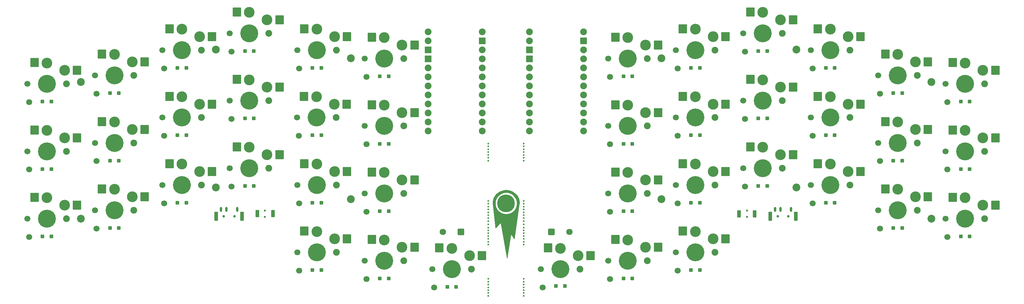
<source format=gbr>
%TF.GenerationSoftware,KiCad,Pcbnew,9.0.6*%
%TF.CreationDate,2025-12-03T13:22:54+03:00*%
%TF.ProjectId,KOMETA,4b4f4d45-5441-42e6-9b69-6361645f7063,rev?*%
%TF.SameCoordinates,Original*%
%TF.FileFunction,Soldermask,Bot*%
%TF.FilePolarity,Negative*%
%FSLAX46Y46*%
G04 Gerber Fmt 4.6, Leading zero omitted, Abs format (unit mm)*
G04 Created by KiCad (PCBNEW 9.0.6) date 2025-12-03 13:22:54*
%MOMM*%
%LPD*%
G01*
G04 APERTURE LIST*
G04 Aperture macros list*
%AMRoundRect*
0 Rectangle with rounded corners*
0 $1 Rounding radius*
0 $2 $3 $4 $5 $6 $7 $8 $9 X,Y pos of 4 corners*
0 Add a 4 corners polygon primitive as box body*
4,1,4,$2,$3,$4,$5,$6,$7,$8,$9,$2,$3,0*
0 Add four circle primitives for the rounded corners*
1,1,$1+$1,$2,$3*
1,1,$1+$1,$4,$5*
1,1,$1+$1,$6,$7*
1,1,$1+$1,$8,$9*
0 Add four rect primitives between the rounded corners*
20,1,$1+$1,$2,$3,$4,$5,0*
20,1,$1+$1,$4,$5,$6,$7,0*
20,1,$1+$1,$6,$7,$8,$9,0*
20,1,$1+$1,$8,$9,$2,$3,0*%
G04 Aperture macros list end*
%ADD10C,0.000000*%
%ADD11RoundRect,0.200000X0.300000X0.300000X-0.300000X0.300000X-0.300000X-0.300000X0.300000X-0.300000X0*%
%ADD12C,2.200000*%
%ADD13C,1.700000*%
%ADD14C,3.010000*%
%ADD15C,5.050000*%
%ADD16C,1.900000*%
%ADD17RoundRect,0.200000X-1.000000X-1.050000X1.000000X-1.050000X1.000000X1.050000X-1.000000X1.050000X0*%
%ADD18C,0.500000*%
%ADD19C,0.600000*%
%ADD20RoundRect,0.183333X0.366667X0.816667X-0.366667X0.816667X-0.366667X-0.816667X0.366667X-0.816667X0*%
%ADD21RoundRect,0.200000X0.300000X1.100000X-0.300000X1.100000X-0.300000X-1.100000X0.300000X-1.100000X0*%
%ADD22C,0.700000*%
%ADD23RoundRect,0.200000X0.100000X-0.450000X0.100000X0.450000X-0.100000X0.450000X-0.100000X-0.450000X0*%
%ADD24C,1.800000*%
%ADD25RoundRect,0.200000X-0.700000X0.700000X-0.700000X-0.700000X0.700000X-0.700000X0.700000X0.700000X0*%
%ADD26O,1.900000X1.900000*%
%ADD27RoundRect,0.200000X-0.750000X-0.750000X0.750000X-0.750000X0.750000X0.750000X-0.750000X0.750000X0*%
%ADD28C,5.000000*%
%ADD29RoundRect,0.200000X0.700000X-0.700000X0.700000X0.700000X-0.700000X0.700000X-0.700000X-0.700000X0*%
%ADD30RoundRect,0.183333X-0.366667X-0.816667X0.366667X-0.816667X0.366667X0.816667X-0.366667X0.816667X0*%
G04 APERTURE END LIST*
D10*
G36*
X207656164Y-161918566D02*
G01*
X207903342Y-161947067D01*
X208148593Y-161991835D01*
X208391087Y-162052855D01*
X208629994Y-162130115D01*
X208864484Y-162223600D01*
X209093726Y-162333297D01*
X209316892Y-162459193D01*
X209536850Y-162593245D01*
X209669239Y-162678252D01*
X209797005Y-162769015D01*
X209919995Y-162865331D01*
X210038055Y-162967000D01*
X210151032Y-163073821D01*
X210258773Y-163185592D01*
X210361124Y-163302111D01*
X210457931Y-163423179D01*
X210549042Y-163548593D01*
X210634304Y-163678152D01*
X210713562Y-163811655D01*
X210786664Y-163948901D01*
X210853456Y-164089689D01*
X210913784Y-164233817D01*
X210967497Y-164381083D01*
X211014439Y-164531288D01*
X211037908Y-164617375D01*
X211059054Y-164703949D01*
X211077873Y-164790962D01*
X211094363Y-164878368D01*
X211108520Y-164966120D01*
X211120341Y-165054171D01*
X211129823Y-165142474D01*
X211136963Y-165230982D01*
X211141758Y-165319649D01*
X211144205Y-165408427D01*
X211144299Y-165497269D01*
X211142039Y-165586129D01*
X211137421Y-165674960D01*
X211130443Y-165763714D01*
X211121099Y-165852346D01*
X211109389Y-165940807D01*
X209738435Y-175683458D01*
X209736928Y-175691542D01*
X209734846Y-175699240D01*
X209732219Y-175706542D01*
X209729081Y-175713445D01*
X209725463Y-175719940D01*
X209721397Y-175726022D01*
X209716915Y-175731684D01*
X209712048Y-175736920D01*
X209706831Y-175741724D01*
X209701293Y-175746089D01*
X209695467Y-175750009D01*
X209689385Y-175753478D01*
X209683080Y-175756488D01*
X209676583Y-175759034D01*
X209669925Y-175761110D01*
X209663140Y-175762709D01*
X209656260Y-175763824D01*
X209649315Y-175764450D01*
X209642339Y-175764579D01*
X209635362Y-175764206D01*
X209628418Y-175763325D01*
X209621538Y-175761928D01*
X209614755Y-175760009D01*
X209608099Y-175757563D01*
X209601604Y-175754583D01*
X209595302Y-175751061D01*
X209589223Y-175746993D01*
X209583401Y-175742371D01*
X209577867Y-175737190D01*
X209572653Y-175731443D01*
X209567792Y-175725123D01*
X209563315Y-175718224D01*
X208922915Y-174641077D01*
X208918472Y-174634229D01*
X208913649Y-174627950D01*
X208908476Y-174622234D01*
X208902986Y-174617075D01*
X208897209Y-174612468D01*
X208891178Y-174608405D01*
X208884923Y-174604882D01*
X208878476Y-174601891D01*
X208871869Y-174599428D01*
X208865133Y-174597486D01*
X208858299Y-174596059D01*
X208851399Y-174595140D01*
X208844465Y-174594725D01*
X208837528Y-174594807D01*
X208830619Y-174595380D01*
X208823770Y-174596438D01*
X208817012Y-174597975D01*
X208810376Y-174599986D01*
X208803895Y-174602463D01*
X208797600Y-174605401D01*
X208791522Y-174608794D01*
X208785692Y-174612636D01*
X208780142Y-174616921D01*
X208774904Y-174621643D01*
X208770009Y-174626796D01*
X208765488Y-174632374D01*
X208761373Y-174638371D01*
X208757695Y-174644781D01*
X208754487Y-174651598D01*
X208751778Y-174658816D01*
X208749601Y-174666429D01*
X208747988Y-174674431D01*
X207717892Y-181073292D01*
X207715918Y-181082861D01*
X207713206Y-181091819D01*
X207709807Y-181100167D01*
X207705769Y-181107904D01*
X207701140Y-181115030D01*
X207695970Y-181121545D01*
X207690307Y-181127448D01*
X207684200Y-181132738D01*
X207677697Y-181137416D01*
X207670848Y-181141480D01*
X207663701Y-181144931D01*
X207656305Y-181147768D01*
X207648708Y-181149990D01*
X207640960Y-181151597D01*
X207633109Y-181152589D01*
X207625204Y-181152966D01*
X207617294Y-181152726D01*
X207609427Y-181151870D01*
X207601652Y-181150396D01*
X207594018Y-181148306D01*
X207586574Y-181145597D01*
X207579368Y-181142270D01*
X207572450Y-181138325D01*
X207565867Y-181133760D01*
X207559669Y-181128576D01*
X207553904Y-181122772D01*
X207548622Y-181116348D01*
X207543870Y-181109303D01*
X207539699Y-181101637D01*
X207536155Y-181093349D01*
X207533289Y-181084440D01*
X207531149Y-181074907D01*
X205799717Y-171393727D01*
X205798135Y-171386435D01*
X205796070Y-171379460D01*
X205793549Y-171372809D01*
X205790596Y-171366488D01*
X205787236Y-171360504D01*
X205783493Y-171354863D01*
X205779393Y-171349572D01*
X205774961Y-171344637D01*
X205770221Y-171340065D01*
X205765198Y-171335862D01*
X205759917Y-171332035D01*
X205754403Y-171328591D01*
X205748680Y-171325536D01*
X205742774Y-171322876D01*
X205736710Y-171320618D01*
X205730512Y-171318769D01*
X205724205Y-171317335D01*
X205717814Y-171316322D01*
X205711364Y-171315738D01*
X205704880Y-171315589D01*
X205698387Y-171315880D01*
X205691908Y-171316620D01*
X205685471Y-171317814D01*
X205679098Y-171319468D01*
X205672815Y-171321590D01*
X205666647Y-171324186D01*
X205660619Y-171327262D01*
X205654756Y-171330826D01*
X205649082Y-171334882D01*
X205643622Y-171339439D01*
X205638402Y-171344503D01*
X205633445Y-171350079D01*
X204515078Y-172704839D01*
X204509962Y-172710585D01*
X204504573Y-172715783D01*
X204498938Y-172720441D01*
X204493085Y-172724567D01*
X204487038Y-172728169D01*
X204480825Y-172731254D01*
X204474472Y-172733830D01*
X204468007Y-172735906D01*
X204461455Y-172737489D01*
X204454843Y-172738587D01*
X204448198Y-172739207D01*
X204441546Y-172739357D01*
X204434914Y-172739046D01*
X204428329Y-172738281D01*
X204421817Y-172737070D01*
X204415404Y-172735420D01*
X204409117Y-172733340D01*
X204402984Y-172730838D01*
X204397030Y-172727920D01*
X204391282Y-172724595D01*
X204385766Y-172720871D01*
X204380510Y-172716756D01*
X204375539Y-172712257D01*
X204370881Y-172707382D01*
X204366562Y-172702139D01*
X204362608Y-172696536D01*
X204359047Y-172690580D01*
X204355904Y-172684280D01*
X204353207Y-172677643D01*
X204350981Y-172670677D01*
X204349254Y-172663390D01*
X204348052Y-172655790D01*
X203582393Y-165824566D01*
X203572866Y-165734894D01*
X203566163Y-165650000D01*
X204360715Y-165650000D01*
X204362081Y-165803758D01*
X204371127Y-165955624D01*
X204387669Y-166105406D01*
X204411522Y-166252915D01*
X204442502Y-166397959D01*
X204480424Y-166540349D01*
X204525103Y-166679892D01*
X204576356Y-166816399D01*
X204633997Y-166949678D01*
X204697841Y-167079539D01*
X204767705Y-167205792D01*
X204843404Y-167328244D01*
X204924753Y-167446707D01*
X205011567Y-167560988D01*
X205103662Y-167670898D01*
X205200854Y-167776245D01*
X205302957Y-167876839D01*
X205409787Y-167972489D01*
X205521160Y-168063004D01*
X205636891Y-168148194D01*
X205756796Y-168227867D01*
X205880689Y-168301834D01*
X206008387Y-168369902D01*
X206139705Y-168431883D01*
X206274457Y-168487584D01*
X206412460Y-168536816D01*
X206553529Y-168579387D01*
X206697480Y-168615106D01*
X206844127Y-168643784D01*
X206993287Y-168665229D01*
X207144774Y-168679250D01*
X207298404Y-168685657D01*
X207452162Y-168684291D01*
X207604027Y-168675245D01*
X207753810Y-168658703D01*
X207901318Y-168634850D01*
X208046363Y-168603870D01*
X208188752Y-168565948D01*
X208328295Y-168521269D01*
X208464802Y-168470016D01*
X208598081Y-168412375D01*
X208727943Y-168348531D01*
X208854195Y-168278667D01*
X208976648Y-168202968D01*
X209095110Y-168121619D01*
X209209392Y-168034805D01*
X209319301Y-167942710D01*
X209424648Y-167845518D01*
X209525242Y-167743415D01*
X209620892Y-167636585D01*
X209711407Y-167525212D01*
X209796597Y-167409480D01*
X209876271Y-167289576D01*
X209950237Y-167165683D01*
X210018306Y-167037985D01*
X210080287Y-166906667D01*
X210135988Y-166771915D01*
X210185220Y-166633912D01*
X210227791Y-166492843D01*
X210263510Y-166348892D01*
X210292188Y-166202245D01*
X210313632Y-166053085D01*
X210327654Y-165901598D01*
X210334060Y-165747968D01*
X210332695Y-165594210D01*
X210323649Y-165442345D01*
X210307107Y-165292562D01*
X210283254Y-165145053D01*
X210252274Y-165000009D01*
X210214352Y-164857620D01*
X210169672Y-164718077D01*
X210118420Y-164581570D01*
X210060779Y-164448291D01*
X209996934Y-164318429D01*
X209927070Y-164192177D01*
X209851372Y-164069724D01*
X209770023Y-163951262D01*
X209683209Y-163836980D01*
X209591113Y-163727071D01*
X209493922Y-163621724D01*
X209391819Y-163521130D01*
X209284988Y-163425480D01*
X209173615Y-163334965D01*
X209057884Y-163249775D01*
X208937979Y-163170102D01*
X208814086Y-163096135D01*
X208686388Y-163028066D01*
X208555071Y-162966086D01*
X208420318Y-162910384D01*
X208282315Y-162861153D01*
X208141246Y-162818582D01*
X207997296Y-162782862D01*
X207850649Y-162754184D01*
X207701489Y-162732740D01*
X207550002Y-162718719D01*
X207396372Y-162712312D01*
X207242614Y-162713677D01*
X207090749Y-162722723D01*
X206940966Y-162739265D01*
X206793457Y-162763118D01*
X206648413Y-162794098D01*
X206506023Y-162832020D01*
X206366480Y-162876700D01*
X206229973Y-162927952D01*
X206096694Y-162985593D01*
X205966833Y-163049438D01*
X205840580Y-163119302D01*
X205718128Y-163195001D01*
X205599665Y-163276349D01*
X205485384Y-163363164D01*
X205375474Y-163455259D01*
X205270127Y-163552450D01*
X205169533Y-163654553D01*
X205073883Y-163761384D01*
X204983368Y-163872757D01*
X204898178Y-163988488D01*
X204818505Y-164108393D01*
X204744538Y-164232286D01*
X204676469Y-164359984D01*
X204614489Y-164491301D01*
X204558788Y-164626054D01*
X204509556Y-164764057D01*
X204466985Y-164905126D01*
X204431266Y-165049076D01*
X204402588Y-165195724D01*
X204381143Y-165344883D01*
X204367122Y-165496370D01*
X204360715Y-165650000D01*
X203566163Y-165650000D01*
X203565777Y-165645112D01*
X203561120Y-165555270D01*
X203558891Y-165465416D01*
X203559086Y-165375598D01*
X203561698Y-165285867D01*
X203566724Y-165196271D01*
X203574159Y-165106858D01*
X203583999Y-165017678D01*
X203596237Y-164928779D01*
X203610870Y-164840211D01*
X203627892Y-164752023D01*
X203647299Y-164664262D01*
X203669087Y-164576978D01*
X203693250Y-164490221D01*
X203719783Y-164404038D01*
X203771293Y-164256356D01*
X203829433Y-164111814D01*
X203894044Y-163970607D01*
X203964966Y-163832930D01*
X204042041Y-163698978D01*
X204125110Y-163568945D01*
X204214015Y-163443026D01*
X204308596Y-163321416D01*
X204408695Y-163204309D01*
X204514153Y-163091901D01*
X204624811Y-162984386D01*
X204740510Y-162881958D01*
X204861092Y-162784813D01*
X204986398Y-162693146D01*
X205116268Y-162607150D01*
X205250545Y-162527021D01*
X205481784Y-162396294D01*
X205708958Y-162277784D01*
X205941675Y-162175664D01*
X206179104Y-162089918D01*
X206420416Y-162020535D01*
X206664780Y-161967499D01*
X206911367Y-161930798D01*
X207159347Y-161910418D01*
X207407889Y-161906345D01*
X207656164Y-161918566D01*
G37*
D11*
%TO.C,D3*%
X114750000Y-127500000D03*
X117250000Y-127500000D03*
%TD*%
%TO.C,D41*%
X240350000Y-186875000D03*
X242850000Y-186875000D03*
%TD*%
%TO.C,D24*%
X278350000Y-122750000D03*
X280850000Y-122750000D03*
%TD*%
D12*
%TO.C,H4*%
X87548000Y-170000000D03*
%TD*%
D11*
%TO.C,D19*%
X152750000Y-184500000D03*
X155250000Y-184500000D03*
%TD*%
%TO.C,D15*%
X114750000Y-165500000D03*
X117250000Y-165500000D03*
%TD*%
%TO.C,D39*%
X335350000Y-175000000D03*
X337850000Y-175000000D03*
%TD*%
D13*
%TO.C,SW8*%
X91500000Y-148625000D03*
X92000000Y-153775000D03*
D14*
X97000000Y-142725000D03*
D15*
X97000000Y-148625000D03*
D14*
X102000000Y-144825000D03*
D16*
X102500000Y-148625000D03*
D17*
X105500000Y-144825000D03*
X93500000Y-142625000D03*
%TD*%
D18*
%TO.C,*%
X212300000Y-171600000D03*
%TD*%
D11*
%TO.C,D11*%
X152750000Y-146500000D03*
X155250000Y-146500000D03*
%TD*%
D13*
%TO.C,SW15*%
X110500000Y-160500000D03*
X111000000Y-165650000D03*
D14*
X116000000Y-154600000D03*
D15*
X116000000Y-160500000D03*
D14*
X121000000Y-156700000D03*
D16*
X121500000Y-160500000D03*
D17*
X124500000Y-156700000D03*
X112500000Y-154500000D03*
%TD*%
D11*
%TO.C,D33*%
X335350000Y-156000000D03*
X337850000Y-156000000D03*
%TD*%
D13*
%TO.C,SW4*%
X129500000Y-117750000D03*
X130000000Y-122900000D03*
D14*
X135000000Y-111850000D03*
D15*
X135000000Y-117750000D03*
D14*
X140000000Y-113950000D03*
D16*
X140500000Y-117750000D03*
D17*
X143500000Y-113950000D03*
X131500000Y-111750000D03*
%TD*%
D12*
%TO.C,H3*%
X289050000Y-122300000D03*
%TD*%
D11*
%TO.C,D17*%
X152750000Y-165500000D03*
X155250000Y-165500000D03*
%TD*%
D13*
%TO.C,SW37*%
X293100000Y-160500000D03*
X293600000Y-165650000D03*
D14*
X298600000Y-154600000D03*
D15*
X298600000Y-160500000D03*
D14*
X303600000Y-156700000D03*
D16*
X304100000Y-160500000D03*
D17*
X307100000Y-156700000D03*
X295100000Y-154500000D03*
%TD*%
D11*
%TO.C,D14*%
X95750000Y-172625000D03*
X98250000Y-172625000D03*
%TD*%
D13*
%TO.C,SW42*%
X255100000Y-179500000D03*
X255600000Y-184650000D03*
D14*
X260600000Y-173600000D03*
D15*
X260600000Y-179500000D03*
D14*
X265600000Y-175700000D03*
D16*
X266100000Y-179500000D03*
D17*
X269100000Y-175700000D03*
X257100000Y-173500000D03*
%TD*%
D11*
%TO.C,D12*%
X171750000Y-148875000D03*
X174250000Y-148875000D03*
%TD*%
D13*
%TO.C,SW39*%
X331100000Y-170000000D03*
X331600000Y-175150000D03*
D14*
X336600000Y-164100000D03*
D15*
X336600000Y-170000000D03*
D14*
X341600000Y-166200000D03*
D16*
X342100000Y-170000000D03*
D17*
X345100000Y-166200000D03*
X333100000Y-164000000D03*
%TD*%
D13*
%TO.C,SW31*%
X293100000Y-141500000D03*
X293600000Y-146650000D03*
D14*
X298600000Y-135600000D03*
D15*
X298600000Y-141500000D03*
D14*
X303600000Y-137700000D03*
D16*
X304100000Y-141500000D03*
D17*
X307100000Y-137700000D03*
X295100000Y-135500000D03*
%TD*%
D13*
%TO.C,SW26*%
X312100000Y-129625000D03*
X312600000Y-134775000D03*
D14*
X317600000Y-123725000D03*
D15*
X317600000Y-129625000D03*
D14*
X322600000Y-125825000D03*
D16*
X323100000Y-129625000D03*
D17*
X326100000Y-125825000D03*
X314100000Y-123625000D03*
%TD*%
D18*
%TO.C,BH*%
X202300000Y-172500000D03*
X202300000Y-173300000D03*
X202300000Y-174100000D03*
X202300000Y-174900000D03*
X202300000Y-175700000D03*
X202300000Y-176500000D03*
X202300000Y-177300000D03*
%TD*%
D11*
%TO.C,D30*%
X278350000Y-141750000D03*
X280850000Y-141750000D03*
%TD*%
%TO.C,D20*%
X171750000Y-186875000D03*
X174250000Y-186875000D03*
%TD*%
D12*
%TO.C,H12*%
X251050000Y-164500000D03*
%TD*%
D13*
%TO.C,SW27*%
X331100000Y-132000000D03*
X331600000Y-137150000D03*
D14*
X336600000Y-126100000D03*
D15*
X336600000Y-132000000D03*
D14*
X341600000Y-128200000D03*
D16*
X342100000Y-132000000D03*
D17*
X345100000Y-128200000D03*
X333100000Y-126000000D03*
%TD*%
D11*
%TO.C,D1*%
X76750000Y-137000000D03*
X79250000Y-137000000D03*
%TD*%
D13*
%TO.C,SW2*%
X91500000Y-129625000D03*
X92000000Y-134775000D03*
D14*
X97000000Y-123725000D03*
D15*
X97000000Y-129625000D03*
D14*
X102000000Y-125825000D03*
D16*
X102500000Y-129625000D03*
D17*
X105500000Y-125825000D03*
X93500000Y-123625000D03*
%TD*%
D11*
%TO.C,D9*%
X114750000Y-146500000D03*
X117250000Y-146500000D03*
%TD*%
%TO.C,D22*%
X240350000Y-129875000D03*
X242850000Y-129875000D03*
%TD*%
D13*
%TO.C,SW23*%
X255100000Y-122500000D03*
X255600000Y-127650000D03*
D14*
X260600000Y-116600000D03*
D15*
X260600000Y-122500000D03*
D14*
X265600000Y-118700000D03*
D16*
X266100000Y-122500000D03*
D17*
X269100000Y-118700000D03*
X257100000Y-116500000D03*
%TD*%
D11*
%TO.C,D42*%
X259350000Y-184500000D03*
X261850000Y-184500000D03*
%TD*%
%TO.C,D5*%
X152750000Y-127500000D03*
X155250000Y-127500000D03*
%TD*%
D13*
%TO.C,SW38*%
X312100000Y-167625000D03*
X312600000Y-172775000D03*
D14*
X317600000Y-161725000D03*
D15*
X317600000Y-167625000D03*
D14*
X322600000Y-163825000D03*
D16*
X323100000Y-167625000D03*
D17*
X326100000Y-163825000D03*
X314100000Y-161625000D03*
%TD*%
D11*
%TO.C,D40*%
X221350000Y-189000000D03*
X223850000Y-189000000D03*
%TD*%
D18*
%TO.C,*%
X212300000Y-170700000D03*
%TD*%
D13*
%TO.C,SW40*%
X217100000Y-184250000D03*
X217600000Y-189400000D03*
D14*
X222600000Y-178350000D03*
D15*
X222600000Y-184250000D03*
D14*
X227600000Y-180450000D03*
D16*
X228100000Y-184250000D03*
D17*
X231100000Y-180450000D03*
X219100000Y-178250000D03*
%TD*%
D13*
%TO.C,SW28*%
X236100000Y-143875000D03*
X236600000Y-149025000D03*
D14*
X241600000Y-137975000D03*
D15*
X241600000Y-143875000D03*
D14*
X246600000Y-140075000D03*
D16*
X247100000Y-143875000D03*
D17*
X250100000Y-140075000D03*
X238100000Y-137875000D03*
%TD*%
D11*
%TO.C,D13*%
X76750000Y-175000000D03*
X79250000Y-175000000D03*
%TD*%
D18*
%TO.C,BH*%
X212300000Y-148824000D03*
X212300000Y-149624000D03*
X212300000Y-150424000D03*
X212300000Y-151224000D03*
X212300000Y-152024000D03*
X212300000Y-152824000D03*
X212300000Y-153624000D03*
%TD*%
D11*
%TO.C,D16*%
X133750000Y-160750000D03*
X136250000Y-160750000D03*
%TD*%
D18*
%TO.C,BH*%
X202300000Y-165000000D03*
X202300000Y-165800000D03*
X202300000Y-166600000D03*
X202300000Y-167400000D03*
X202300000Y-168200000D03*
X202300000Y-169000000D03*
X202300000Y-169800000D03*
%TD*%
D11*
%TO.C,D27*%
X335350000Y-137000000D03*
X337850000Y-137000000D03*
%TD*%
D19*
%TO.C,R_L1*%
X139380000Y-169500000D03*
X139380000Y-167700000D03*
D20*
X141680000Y-168590000D03*
X137280000Y-168590000D03*
%TD*%
D13*
%TO.C,SW22*%
X236100000Y-124875000D03*
X236600000Y-130025000D03*
D14*
X241600000Y-118975000D03*
D15*
X241600000Y-124875000D03*
D14*
X246600000Y-121075000D03*
D16*
X247100000Y-124875000D03*
D17*
X250100000Y-121075000D03*
X238100000Y-118875000D03*
%TD*%
D13*
%TO.C,SW24*%
X274100000Y-117750000D03*
X274600000Y-122900000D03*
D14*
X279600000Y-111850000D03*
D15*
X279600000Y-117750000D03*
D14*
X284600000Y-113950000D03*
D16*
X285100000Y-117750000D03*
D17*
X288100000Y-113950000D03*
X276100000Y-111750000D03*
%TD*%
D18*
%TO.C,BH*%
X202300000Y-148824000D03*
X202300000Y-149624000D03*
X202300000Y-150424000D03*
X202300000Y-151224000D03*
X202300000Y-152024000D03*
X202300000Y-152824000D03*
X202300000Y-153624000D03*
%TD*%
D11*
%TO.C,D2*%
X95750000Y-134625000D03*
X98250000Y-134625000D03*
%TD*%
%TO.C,D6*%
X171750000Y-129875000D03*
X174250000Y-129875000D03*
%TD*%
D13*
%TO.C,SW12*%
X167500000Y-143875000D03*
X168000000Y-149025000D03*
D14*
X173000000Y-137975000D03*
D15*
X173000000Y-143875000D03*
D14*
X178000000Y-140075000D03*
D16*
X178500000Y-143875000D03*
D17*
X181500000Y-140075000D03*
X169500000Y-137875000D03*
%TD*%
D13*
%TO.C,SW13*%
X72500000Y-170000000D03*
X73000000Y-175150000D03*
D14*
X78000000Y-164100000D03*
D15*
X78000000Y-170000000D03*
D14*
X83000000Y-166200000D03*
D16*
X83500000Y-170000000D03*
D17*
X86500000Y-166200000D03*
X74500000Y-164000000D03*
%TD*%
D13*
%TO.C,SW29*%
X255100000Y-141500000D03*
X255600000Y-146650000D03*
D14*
X260600000Y-135600000D03*
D15*
X260600000Y-141500000D03*
D14*
X265600000Y-137700000D03*
D16*
X266100000Y-141500000D03*
D17*
X269100000Y-137700000D03*
X257100000Y-135500000D03*
%TD*%
D12*
%TO.C,H11*%
X327050000Y-170000000D03*
%TD*%
D18*
%TO.C,*%
X202300000Y-170700000D03*
%TD*%
D11*
%TO.C,D21*%
X190750000Y-189250000D03*
X193250000Y-189250000D03*
%TD*%
%TO.C,D7*%
X76750000Y-156000000D03*
X79250000Y-156000000D03*
%TD*%
D13*
%TO.C,SW6*%
X167500000Y-124875000D03*
X168000000Y-130025000D03*
D14*
X173000000Y-118975000D03*
D15*
X173000000Y-124875000D03*
D14*
X178000000Y-121075000D03*
D16*
X178500000Y-124875000D03*
D17*
X181500000Y-121075000D03*
X169500000Y-118875000D03*
%TD*%
D13*
%TO.C,SW41*%
X236100000Y-181875000D03*
X236600000Y-187025000D03*
D14*
X241600000Y-175975000D03*
D15*
X241600000Y-181875000D03*
D14*
X246600000Y-178075000D03*
D16*
X247100000Y-181875000D03*
D17*
X250100000Y-178075000D03*
X238100000Y-175875000D03*
%TD*%
D13*
%TO.C,SW1*%
X72500000Y-132000000D03*
X73000000Y-137150000D03*
D14*
X78000000Y-126100000D03*
D15*
X78000000Y-132000000D03*
D14*
X83000000Y-128200000D03*
D16*
X83500000Y-132000000D03*
D17*
X86500000Y-128200000D03*
X74500000Y-126000000D03*
%TD*%
D11*
%TO.C,D25*%
X297350000Y-127500000D03*
X299850000Y-127500000D03*
%TD*%
%TO.C,D23*%
X259350000Y-127500000D03*
X261850000Y-127500000D03*
%TD*%
D12*
%TO.C,H8*%
X327050000Y-131500000D03*
%TD*%
D11*
%TO.C,D36*%
X278350000Y-160750000D03*
X280850000Y-160750000D03*
%TD*%
%TO.C,D4*%
X133750000Y-122750000D03*
X136250000Y-122750000D03*
%TD*%
D12*
%TO.C,H2*%
X125550000Y-161200000D03*
%TD*%
D13*
%TO.C,SW14*%
X91500000Y-167625000D03*
X92000000Y-172775000D03*
D14*
X97000000Y-161725000D03*
D15*
X97000000Y-167625000D03*
D14*
X102000000Y-163825000D03*
D16*
X102500000Y-167625000D03*
D17*
X105500000Y-163825000D03*
X93500000Y-161625000D03*
%TD*%
D13*
%TO.C,SW18*%
X167500000Y-162875000D03*
X168000000Y-168025000D03*
D14*
X173000000Y-156975000D03*
D15*
X173000000Y-162875000D03*
D14*
X178000000Y-159075000D03*
D16*
X178500000Y-162875000D03*
D17*
X181500000Y-159075000D03*
X169500000Y-156875000D03*
%TD*%
D13*
%TO.C,SW32*%
X312100000Y-148625000D03*
X312600000Y-153775000D03*
D14*
X317600000Y-142725000D03*
D15*
X317600000Y-148625000D03*
D14*
X322600000Y-144825000D03*
D16*
X323100000Y-148625000D03*
D17*
X326100000Y-144825000D03*
X314100000Y-142625000D03*
%TD*%
D18*
%TO.C,BH*%
X212300000Y-165000000D03*
X212300000Y-165800000D03*
X212300000Y-166600000D03*
X212300000Y-167400000D03*
X212300000Y-168200000D03*
X212300000Y-169000000D03*
X212300000Y-169800000D03*
%TD*%
D12*
%TO.C,H7*%
X163550000Y-124800000D03*
%TD*%
D13*
%TO.C,SW25*%
X293100000Y-122500000D03*
X293600000Y-127650000D03*
D14*
X298600000Y-116600000D03*
D15*
X298600000Y-122500000D03*
D14*
X303600000Y-118700000D03*
D16*
X304100000Y-122500000D03*
D17*
X307100000Y-118700000D03*
X295100000Y-116500000D03*
%TD*%
D21*
%TO.C,PS_R1*%
X288900000Y-169325000D03*
D22*
X286800000Y-169350000D03*
X283800000Y-169350000D03*
D21*
X281700000Y-169325000D03*
D23*
X287550000Y-167350000D03*
X284550000Y-167350000D03*
X283050000Y-167350000D03*
%TD*%
D13*
%TO.C,SW10*%
X129500000Y-136750000D03*
X130000000Y-141900000D03*
D14*
X135000000Y-130850000D03*
D15*
X135000000Y-136750000D03*
D14*
X140000000Y-132950000D03*
D16*
X140500000Y-136750000D03*
D17*
X143500000Y-132950000D03*
X131500000Y-130750000D03*
%TD*%
D18*
%TO.C,BH*%
X202300000Y-186950000D03*
X202300000Y-187750000D03*
X202300000Y-188550000D03*
X202300000Y-189350000D03*
X202300000Y-190150000D03*
X202300000Y-190950000D03*
X202300000Y-191750000D03*
%TD*%
D24*
%TO.C,PW_R1*%
X225140000Y-173750000D03*
D25*
X220060000Y-173750000D03*
%TD*%
D21*
%TO.C,PS_L1*%
X132900000Y-169325000D03*
D22*
X130800000Y-169350000D03*
X127800000Y-169350000D03*
D21*
X125700000Y-169325000D03*
D23*
X131550000Y-167350000D03*
X128550000Y-167350000D03*
X127050000Y-167350000D03*
%TD*%
D26*
%TO.C,SM_L1*%
X185367540Y-117334195D03*
X185367540Y-119874195D03*
D27*
X185367540Y-122414195D03*
X185367540Y-124954195D03*
D26*
X185367540Y-127494195D03*
X185367540Y-130034195D03*
X185367540Y-132574195D03*
X185367540Y-135114195D03*
X185367540Y-137654195D03*
X185367540Y-140194195D03*
X185367540Y-142734195D03*
X185367540Y-145274195D03*
X200607540Y-145274195D03*
X200607540Y-142734195D03*
X200607540Y-140194195D03*
X200607540Y-137654195D03*
X200607540Y-135114195D03*
X200607540Y-132574195D03*
X200607540Y-130034195D03*
X200607540Y-127494195D03*
X200607540Y-124954195D03*
X200607540Y-122414195D03*
D27*
X200607540Y-119874195D03*
D26*
X200607540Y-117334195D03*
%TD*%
D13*
%TO.C,SW36*%
X274100000Y-155750000D03*
X274600000Y-160900000D03*
D14*
X279600000Y-149850000D03*
D15*
X279600000Y-155750000D03*
D14*
X284600000Y-151950000D03*
D16*
X285100000Y-155750000D03*
D17*
X288100000Y-151950000D03*
X276100000Y-149750000D03*
%TD*%
D13*
%TO.C,SW7*%
X72500000Y-151000000D03*
X73000000Y-156150000D03*
D14*
X78000000Y-145100000D03*
D15*
X78000000Y-151000000D03*
D14*
X83000000Y-147200000D03*
D16*
X83500000Y-151000000D03*
D17*
X86500000Y-147200000D03*
X74500000Y-145000000D03*
%TD*%
D12*
%TO.C,H5*%
X163550000Y-164500000D03*
%TD*%
D18*
%TO.C,BH*%
X212300000Y-186950000D03*
X212300000Y-187750000D03*
X212300000Y-188550000D03*
X212300000Y-189350000D03*
X212300000Y-190150000D03*
X212300000Y-190950000D03*
X212300000Y-191750000D03*
%TD*%
%TO.C,*%
X202300000Y-171600000D03*
%TD*%
D13*
%TO.C,SW5*%
X148500000Y-122500000D03*
X149000000Y-127650000D03*
D14*
X154000000Y-116600000D03*
D15*
X154000000Y-122500000D03*
D14*
X159000000Y-118700000D03*
D16*
X159500000Y-122500000D03*
D17*
X162500000Y-118700000D03*
X150500000Y-116500000D03*
%TD*%
D11*
%TO.C,D32*%
X316350000Y-153625000D03*
X318850000Y-153625000D03*
%TD*%
%TO.C,D38*%
X316350000Y-172625000D03*
X318850000Y-172625000D03*
%TD*%
D28*
%TO.C,KeyChainHole1*%
X207299999Y-165700000D03*
%TD*%
D13*
%TO.C,SW30*%
X274100000Y-136750000D03*
X274600000Y-141900000D03*
D14*
X279600000Y-130850000D03*
D15*
X279600000Y-136750000D03*
D14*
X284600000Y-132950000D03*
D16*
X285100000Y-136750000D03*
D17*
X288100000Y-132950000D03*
X276100000Y-130750000D03*
%TD*%
D11*
%TO.C,D37*%
X297350000Y-165500000D03*
X299850000Y-165500000D03*
%TD*%
D12*
%TO.C,H10*%
X125550000Y-122300000D03*
%TD*%
D13*
%TO.C,SW20*%
X167500000Y-181875000D03*
X168000000Y-187025000D03*
D14*
X173000000Y-175975000D03*
D15*
X173000000Y-181875000D03*
D14*
X178000000Y-178075000D03*
D16*
X178500000Y-181875000D03*
D17*
X181500000Y-178075000D03*
X169500000Y-175875000D03*
%TD*%
D12*
%TO.C,H9*%
X251050000Y-124800000D03*
%TD*%
D13*
%TO.C,SW17*%
X148500000Y-160500000D03*
X149000000Y-165650000D03*
D14*
X154000000Y-154600000D03*
D15*
X154000000Y-160500000D03*
D14*
X159000000Y-156700000D03*
D16*
X159500000Y-160500000D03*
D17*
X162500000Y-156700000D03*
X150500000Y-154500000D03*
%TD*%
D13*
%TO.C,SW19*%
X148500000Y-179500000D03*
X149000000Y-184650000D03*
D14*
X154000000Y-173600000D03*
D15*
X154000000Y-179500000D03*
D14*
X159000000Y-175700000D03*
D16*
X159500000Y-179500000D03*
D17*
X162500000Y-175700000D03*
X150500000Y-173500000D03*
%TD*%
D13*
%TO.C,SW35*%
X255100000Y-160500000D03*
X255600000Y-165650000D03*
D14*
X260600000Y-154600000D03*
D15*
X260600000Y-160500000D03*
D14*
X265600000Y-156700000D03*
D16*
X266100000Y-160500000D03*
D17*
X269100000Y-156700000D03*
X257100000Y-154500000D03*
%TD*%
D11*
%TO.C,D34*%
X240350000Y-167875000D03*
X242850000Y-167875000D03*
%TD*%
D13*
%TO.C,SW33*%
X331100000Y-151000000D03*
X331600000Y-156150000D03*
D14*
X336600000Y-145100000D03*
D15*
X336600000Y-151000000D03*
D14*
X341600000Y-147200000D03*
D16*
X342100000Y-151000000D03*
D17*
X345100000Y-147200000D03*
X333100000Y-145000000D03*
%TD*%
D18*
%TO.C,BH*%
X212300000Y-172500000D03*
X212300000Y-173300000D03*
X212300000Y-174100000D03*
X212300000Y-174900000D03*
X212300000Y-175700000D03*
X212300000Y-176500000D03*
X212300000Y-177300000D03*
%TD*%
D13*
%TO.C,SW11*%
X148420000Y-141500000D03*
X148920000Y-146650000D03*
D14*
X153920000Y-135600000D03*
D15*
X153920000Y-141500000D03*
D14*
X158920000Y-137700000D03*
D16*
X159420000Y-141500000D03*
D17*
X162420000Y-137700000D03*
X150420000Y-135500000D03*
%TD*%
D11*
%TO.C,D29*%
X259350000Y-146500000D03*
X261850000Y-146500000D03*
%TD*%
%TO.C,D31*%
X297350000Y-146500000D03*
X299850000Y-146500000D03*
%TD*%
%TO.C,D8*%
X95750000Y-153625000D03*
X98250000Y-153625000D03*
%TD*%
D13*
%TO.C,SW3*%
X110500000Y-122500000D03*
X111000000Y-127650000D03*
D14*
X116000000Y-116600000D03*
D15*
X116000000Y-122500000D03*
D14*
X121000000Y-118700000D03*
D16*
X121500000Y-122500000D03*
D17*
X124500000Y-118700000D03*
X112500000Y-116500000D03*
%TD*%
D12*
%TO.C,H1*%
X87550000Y-131500000D03*
%TD*%
D11*
%TO.C,D28*%
X240350000Y-148875000D03*
X242850000Y-148875000D03*
%TD*%
D13*
%TO.C,SW9*%
X110500000Y-141500000D03*
X111000000Y-146650000D03*
D14*
X116000000Y-135600000D03*
D15*
X116000000Y-141500000D03*
D14*
X121000000Y-137700000D03*
D16*
X121500000Y-141500000D03*
D17*
X124500000Y-137700000D03*
X112500000Y-135500000D03*
%TD*%
D13*
%TO.C,SW16*%
X129500000Y-155750000D03*
X130000000Y-160900000D03*
D14*
X135000000Y-149850000D03*
D15*
X135000000Y-155750000D03*
D14*
X140000000Y-151950000D03*
D16*
X140500000Y-155750000D03*
D17*
X143500000Y-151950000D03*
X131500000Y-149750000D03*
%TD*%
D12*
%TO.C,H6*%
X289050000Y-161200000D03*
%TD*%
D26*
%TO.C,SM_R1*%
X213918540Y-117334195D03*
X213918540Y-119874195D03*
D27*
X213918540Y-122414195D03*
X213918540Y-124954195D03*
D26*
X213918540Y-127494195D03*
X213918540Y-130034195D03*
X213918540Y-132574195D03*
X213918540Y-135114195D03*
X213918540Y-137654195D03*
X213918540Y-140194195D03*
X213918540Y-142734195D03*
X213918540Y-145274195D03*
X229158540Y-145274195D03*
X229158540Y-142734195D03*
X229158540Y-140194195D03*
X229158540Y-137654195D03*
X229158540Y-135114195D03*
X229158540Y-132574195D03*
X229158540Y-130034195D03*
X229158540Y-127494195D03*
X229158540Y-124954195D03*
X229158540Y-122414195D03*
D27*
X229158540Y-119874195D03*
D26*
X229158540Y-117334195D03*
%TD*%
D11*
%TO.C,D10*%
X133750000Y-141750000D03*
X136250000Y-141750000D03*
%TD*%
%TO.C,D26*%
X316350000Y-134625000D03*
X318850000Y-134625000D03*
%TD*%
D13*
%TO.C,SW34*%
X236100000Y-162875000D03*
X236600000Y-168025000D03*
D14*
X241600000Y-156975000D03*
D15*
X241600000Y-162875000D03*
D14*
X246600000Y-159075000D03*
D16*
X247100000Y-162875000D03*
D17*
X250100000Y-159075000D03*
X238100000Y-156875000D03*
%TD*%
D11*
%TO.C,D35*%
X259350000Y-165500000D03*
X261850000Y-165500000D03*
%TD*%
D24*
%TO.C,PW_L1*%
X189460000Y-173750000D03*
D29*
X194540000Y-173750000D03*
%TD*%
D13*
%TO.C,SW21*%
X186500000Y-184250000D03*
X187000000Y-189400000D03*
D14*
X192000000Y-178350000D03*
D15*
X192000000Y-184250000D03*
D14*
X197000000Y-180450000D03*
D16*
X197500000Y-184250000D03*
D17*
X200500000Y-180450000D03*
X188500000Y-178250000D03*
%TD*%
D19*
%TO.C,R_R1*%
X275170000Y-167690000D03*
X275170000Y-169490000D03*
D30*
X272870000Y-168600000D03*
X277270000Y-168600000D03*
%TD*%
D11*
%TO.C,D18*%
X171750000Y-167875000D03*
X174250000Y-167875000D03*
%TD*%
M02*

</source>
